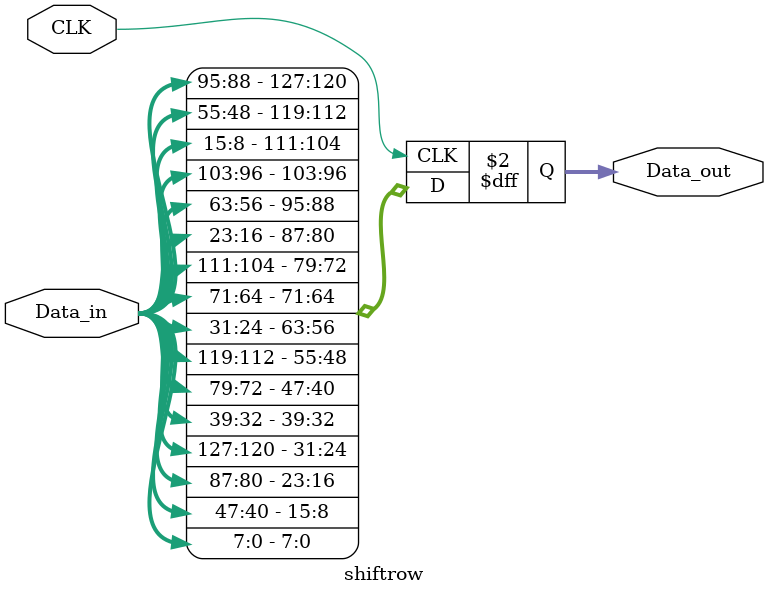
<source format=v>

`timescale 1ns/100ps
module shiftrow(input [127:0] Data_in, input CLK, output reg [127:0] Data_out);


always @ (posedge CLK)begin

// First Row
Data_out[7:0]<=Data_in[7:0];
Data_out[39:32]<=Data_in[39:32];
Data_out[71:64]<=Data_in[71:64];
Data_out[103:96]<=Data_in[103:96];

//Second Row
Data_out[15:8]<=Data_in[47:40];
Data_out[47:40]<=Data_in[79:72];
Data_out[79:72]<=Data_in[111:104];
Data_out[111:104]<=Data_in[15:8];

//Third Row
Data_out[23:16]<=Data_in[87:80];
Data_out[55:48]<=Data_in[119:112];
Data_out[87:80]<=Data_in[23:16];
Data_out[119:112]<=Data_in[55:48];

//Fourth Row
Data_out[31:24]<=Data_in[127:120];
Data_out[63:56]<=Data_in[31:24];
Data_out[95:88]<=Data_in[63:56];
Data_out[127:120]<=Data_in[95:88];

end

endmodule
 
</source>
